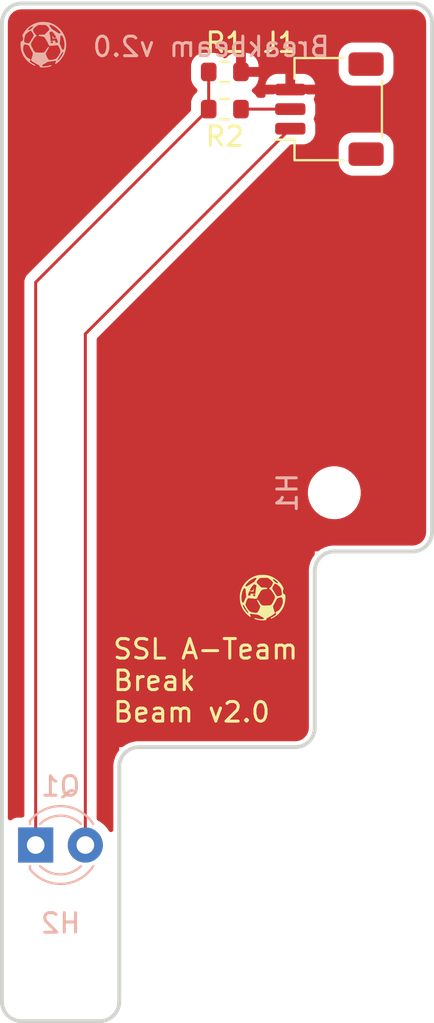
<source format=kicad_pcb>
(kicad_pcb (version 20240108) (generator "pcbnew") (generator_version "8.0")
  (title_block (title "Breakbeam (Receiver)") (date "2025-05-03") (rev "2.0") (company "SSL A-Team") (comment 1 "Author: Christian Clark"))
  (layers (0 "F.Cu" signal) (31 "B.Cu" signal) (34 "B.Paste" user) (35 "F.Paste" user) (36 "B.SilkS" user "B.Silkscreen") (37 "F.SilkS" user "F.Silkscreen") (38 "B.Mask" user) (39 "F.Mask" user) (44 "Edge.Cuts" user))
  (net 0 "")
  (net 1 "BALL_RX")
  (net 2 "+3.3V")
  (net 3 "GND")
  (net 4 "Net-(Q1-E)")
  (footprint "MountingHole:MountingHole_2.2mm_M2" (layer "F.Cu") (at 163.4 89.2 -90)
    (property "Reference" "H2" (at -2 0 180) (layer "B.SilkS") (effects (font (thickness 0.153)) (justify mirror)))
    (property "Value" "MountingHole" (hide yes))
    (pad "" np_thru_hole circle (at 0 0 270) (size 2.2 2.2) (drill 2.2) (layers "*.Cu" "*.Mask" "In1.Cu" "In2.Cu" "In3.Cu" "In4.Cu" "In5.Cu" "In6.Cu" "In7.Cu" "In8.Cu" "In9.Cu" "In10.Cu" "In11.Cu" "In12.Cu" "In13.Cu" "In14.Cu" "In15.Cu" "In16.Cu" "In17.Cu" "In18.Cu" "In19.Cu" "In20.Cu" "In21.Cu" "In22.Cu" "In23.Cu" "In24.Cu" "In25.Cu" "In26.Cu" "In27.Cu" "In28.Cu" "In29.Cu" "In30.Cu"))
  )
  (footprint "Connector_JST:JST_SH_SM03B-SRSS-TB_1x03-1MP_P1.00mm_Horizontal" (layer "F.Cu") (at 177.15 45.6 90)
    (property "Reference" "J1" (at 3.4 -2.55 0) (layer "F.SilkS") (effects (font (thickness 0.153))))
    (property "Value" "Conn_01x03" (hide yes))
    (fp_line (start 2.61 -1.785) (end 1.56 -1.785) (stroke (width 0.12)) (layer "F.SilkS"))
    (fp_line (start -1.56 -1.785) (end -1.56 -2.775) (stroke (width 0.12)) (layer "F.SilkS"))
    (fp_line (start -2.61 -1.785) (end -1.56 -1.785) (stroke (width 0.12)) (layer "F.SilkS"))
    (fp_line (start 2.61 0.715) (end 2.61 -1.785) (stroke (width 0.12)) (layer "F.SilkS"))
    (fp_line (start -2.61 0.715) (end -2.61 -1.785) (stroke (width 0.12)) (layer "F.SilkS"))
    (fp_line (start -1.44 2.685) (end 1.44 2.685) (stroke (width 0.12)) (layer "F.SilkS"))
    (pad "1" smd roundrect (at -1 -2 90) (size 0.6 1.55) (layers "F.Cu" "F.Paste" "F.Mask") (net 2 "+3.3V"))
    (pad "2" smd roundrect (at 0 -2 90) (size 0.6 1.55) (layers "F.Cu" "F.Paste" "F.Mask") (net 1 "BALL_RX"))
    (pad "3" smd roundrect (at 1 -2 90) (size 0.6 1.55) (layers "F.Cu" "F.Paste" "F.Mask") (net 3 "GND"))
    (pad "MP" smd roundrect (at -2.3 1.875 90) (size 1.2 1.8) (layers "F.Cu" "F.Paste" "F.Mask") (roundrect_rratio 0.208333))
    (pad "MP" smd roundrect (at 2.3 1.875 90) (size 1.2 1.8) (layers "F.Cu" "F.Paste" "F.Mask") (roundrect_rratio 0.208333))
  )
  (footprint "Resistor_SMD:R_0603_1608Metric" (layer "F.Cu") (at 171.8 43.7)
    (property "Reference" "R1" (at 0 -1.5 0) (layer "F.SilkS") (effects (font (thickness 0.153))))
    (property "Value" "2k" (hide yes))
    (fp_line (start -0.237258 -0.5225) (end 0.237258 -0.5225) (stroke (width 0.12)) (layer "F.SilkS"))
    (fp_line (start -0.237258 0.5225) (end 0.237258 0.5225) (stroke (width 0.12)) (layer "F.SilkS"))
    (pad "1" smd roundrect (at -0.825 0) (size 0.8 0.95) (layers "F.Cu" "F.Paste" "F.Mask") (net 4 "Net-(Q1-E)"))
    (pad "2" smd roundrect (at 0.825 0) (size 0.8 0.95) (layers "F.Cu" "F.Paste" "F.Mask") (net 3 "GND"))
  )
  (footprint "AT-Style:logo_3_mm_3_mm" (layer "F.Cu") (at 173.75 70.5)
    (property "Reference" "G***" (hide yes))
    (property "Value" "LOGO" (hide yes))
    (fp_poly (pts (xy 0.084667 -1.104608) (xy 0.147904 -1.099875) (xy 0.180206 -1.095398) (xy 0.322169 -1.061718) (xy 0.456925 -1.011636) (xy 0.583926 -0.945492) (xy 0.702625 -0.86363) (xy 0.812473 -0.766392) (xy 0.912923 -0.65412) (xy 0.937606 -0.622279) (xy 0.96758 -0.579457) (xy 0.995872 -0.533645) (xy 1.020561 -0.48853) (xy 1.039727 -0.447796) (xy 1.05145 -0.415131) (xy 1.054204 -0.398475) (xy 1.050505 -0.373967) (xy 1.041173 -0.343344) (xy 1.036058 -0.330691) (xy 1.026275 -0.304678) (xy 1.021897 -0.279516) (xy 1.022111 -0.248004) (xy 1.024011 -0.224049) (xy 1.032764 -0.173874) (xy 1.048446 -0.139843) (xy 1.071494 -0.121291) (xy 1.094133 -0.117134) (xy 1.11474 -0.112649) (xy 1.130013 -0.097915) (xy 1.140723 -0.071017) (xy 1.147639 -0.030038) (xy 1.151479 0.025662) (xy 1.149055 0.14185) (xy 1.133304 0.263808) (xy 1.105256 0.386416) (xy 1.065944 0.504554) (xy 1.044967 0.554637) (xy 1.001368 0.637177) (xy 0.944248 0.722728) (xy 0.876763 0.807472) (xy 0.802068 0.887591) (xy 0.723321 0.959267) (xy 0.68614 0.988703) (xy 0.650923 1.013429) (xy 0.609229 1.039945) (xy 0.564453 1.066397) (xy 0.519992 1.090934) (xy 0.479244 1.111702) (xy 0.445603 1.12685) (xy 0.422468 1.134525) (xy 0.41769 1.135103) (xy 0.398369 1.128601) (xy 0.392056 1.111266) (xy 0.394137 1.101175) (xy 0.403563 1.092172) (xy 0.425342 1.077938) (xy 0.455534 1.060945) (xy 0.47046 1.053236) (xy 0.514851 1.029688) (xy 0.558935 1.004152) (xy 0.599617 0.978656) (xy 0.633804 0.955229) (xy 0.658402 0.935898) (xy 0.670318 0.922691) (xy 0.670603 0.922035) (xy 0.670027 0.906629) (xy 0.662891 0.882188) (xy 0.656894 0.867611) (xy 0.646123 0.84279) (xy 0.642773 0.827688) (xy 0.646697 0.815668) (xy 0.655489 0.803127) (xy 0.674013 0.786197) (xy 0.701759 0.769103) (xy 0.717927 0.761604) (xy 0.774833 0.733656) (xy 0.820874 0.698694) (xy 0.860483 0.654807) (xy 0.884639 0.619991) (xy 0.911635 0.57453) (xy 0.939236 0.522937) (xy 0.965206 0.469727) (xy 0.98731 0.419416) (xy 1.003314 0.376518) (xy 1.00966 0.353465) (xy 1.015497 0.306736) (xy 1.01581 0.254286) (xy 1.011248 0.200335) (xy 1.002457 0.149101) (xy 0.990086 0.104805) (xy 0.974784 0.071668) (xy 0.964418 0.058854) (xy 0.948814 0.048979) (xy 0.928069 0.046231) (xy 0.902686 0.048486) (xy 0.855094 0.056552) (xy 0.809686 0.067349) (xy 0.770998 0.079553) (xy 0.743563 0.091837) (xy 0.735843 0.097264) (xy 0.724948 0.111402) (xy 0.708684 0.137747) (xy 0.689443 0.172241) (xy 0.673638 0.202731) (xy 0.648627 0.251257) (xy 0.619077 0.306529) (xy 0.589689 0.359822) (xy 0.576051 0.383824) (xy 0.554573 0.4222) (xy 0.53626 0.456967) (xy 0.523222 0.483987) (xy 0.517815 0.497964) (xy 0.518169 0.515433) (xy 0.523346 0.546033) (xy 0.532286 0.58586) (xy 0.543932 0.63101) (xy 0.557224 0.677582) (xy 0.571104 0.721672) (xy 0.584512 0.759375) (xy 0.595883 0.785789) (xy 0.609593 0.820079) (xy 0.610489 0.846657) (xy 0.598377 0.870676) (xy 0.592427 0.877872) (xy 0.574232 0.89389) (xy 0.543121 0.916456) (xy 0.502109 0.943696) (xy 0.454212 0.97374) (xy 0.402445 1.004714) (xy 0.349825 1.034748) (xy 0.299368 1.061967) (xy 0.279395 1.072186) (xy 0.238711 1.093223) (xy 0.211645 1.109113) (xy 0.195324 1.121967) (xy 0.186873 1.133896) (xy 0.18426 1.142049) (xy 0.174845 1.176104) (xy 0.162161 1.197038) (xy 0.142441 1.209743) (xy 0.128328 1.21467) (xy 0.097761 1.220116) (xy 0.052703 1.223141) (xy -0.003478 1.223729) (xy -0.067413 1.221863) (xy -0.135733 1.217528) (xy -0.153377 1.216032) (xy -0.20402 1.210554) (xy -0.248617 1.20313) (xy -0.293991 1.192294) (xy -0.346968 1.176579) (xy -0.367262 1.170079) (xy -0.408108 1.153427) (xy -0.431117 1.135776) (xy -0.436223 1.117189) (xy -0.432634 1.108492) (xy -0.426649 1.104147) (xy -0.414253 1.103201) (xy -0.392797 1.106021) (xy -0.359637 1.112977) (xy -0.312124 1.124434) (xy -0.304866 1.126246) (xy -0.228096 1.143572) (xy -0.160195 1.154429) (xy -0.093707 1.159979) (xy -0.085598 1.160339) (xy -0.041745 1.161866) (xy -0.012168 1.161889) (xy 0.006849 1.159927) (xy 0.019023 1.1555) (xy 0.02807 1.148126) (xy 0.030713 1.145286) (xy 0.042195 1.125336) (xy 0.039025 1.10582) (xy 0.020353 1.085606) (xy -0.014673 1.063561) (xy -0.04058 1.050549) (xy -0.081289 1.030115) (xy -0.123545 1.007134) (xy -0.158639 0.986356) (xy -0.160621 0.985094) (xy -0.19832 0.962012) (xy -0.230453 0.945786) (xy -0.262363 0.934743) (xy -0.299391 0.927213) (xy -0.346878 0.921525) (xy -0.370873 0.919314) (xy -0.422852 0.91392) (xy -0.478609 0.906792) (xy -0.529599 0.899073) (xy -0.552385 0.895016) (xy -0.598485 0.887405) (xy -0.630143 0.885808) (xy -0.650086 0.890779) (xy -0.661046 0.902871) (xy -0.665154 0.917858) (xy -0.661162 0.937874) (xy -0.646567 0.96398) (xy -0.640319 0.972368) (xy -0.621783 1.001625) (xy -0.618104 1.022852) (xy -0.628984 1.034956) (xy -0.654125 1.036841) (xy -0.657751 1.036378) (xy -0.677934 1.028048) (xy -0.707671 1.008677) (xy -0.744269 0.98044) (xy -0.785034 0.945517) (xy -0.827272 0.906083) (xy -0.860752 0.872292) (xy -0.955699 0.761086) (xy -1.033991 0.643709) (xy -1.095913 0.519473) (xy -1.119157 0.452647) (xy -1.034917 0.452647) (xy -1.030701 0.471114) (xy -1.01875 0.500241) (xy -1.005427 0.528715) (xy -0.951332 0.626641) (xy -0.882784 0.725865) (xy -0.838107 0.781642) (xy -0.806829 0.816867) (xy -0.783769 0.838046) (xy -0.76732 0.84624) (xy -0.755874 0.842511) (xy -0.752474 0.838143) (xy -0.750668 0.830293) (xy -0.753961 0.817964) (xy -0.763581 0.798841) (xy -0.780757 0.770608) (xy -0.80672 0.730949) (xy -0.819541 0.711813) (xy -0.84784 0.668557) (xy -0.879705 0.61801) (xy -0.909869 0.568584) (xy -0.921088 0.549627) (xy -0.951259 0.5) (xy -0.975323 0.465326) (xy -0.994586 0.444134) (xy -1.010356 0.434954) (xy -1.022332 0.435623) (xy -1.031944 0.441823) (xy -1.034917 0.452647) (xy -1.119157 0.452647) (xy -1.134597 0.408255) (xy -0.888575 0.408255) (xy -0.883604 0.438286) (xy -0.87115 0.472343) (xy -0.850239 0.514355) (xy -0.828028 0.554133) (xy -0.784291 0.626835) (xy -0.744445 0.684407) (xy -0.706503 0.728751) (xy -0.668483 0.761774) (xy -0.6284 0.78538) (xy -0.584269 0.801474) (xy -0.565544 0.806123) (xy -0.480251 0.822947) (xy -0.410281 0.832088) (xy -0.354673 0.83358) (xy -0.312463 0.827455) (xy -0.285691 0.815826) (xy -0.270951 0.800393) (xy -0.251505 0.772018) (xy -0.229293 0.73451) (xy -0.206253 0.69168) (xy -0.184326 0.647335) (xy -0.16545 0.605285) (xy -0.151565 0.56934) (xy -0.14461 0.543307) (xy -0.144164 0.537845) (xy -0.147275 0.513583) (xy -0.157143 0.482216) (xy -0.174567 0.441954) (xy -0.200349 0.391005) (xy -0.235291 0.327575) (xy -0.248545 0.304336) (xy -0.273479 0.260561) (xy -0.290366 0.229432) (xy -0.300282 0.208057) (xy -0.304304 0.193542) (xy -0.30351 0.182995) (xy -0.298975 0.173521) (xy -0.297883 0.171767) (xy -0.288461 0.163743) (xy -0.2757 0.166034) (xy -0.258523 0.179724) (xy -0.235853 0.205893) (xy -0.206613 0.245626) (xy -0.169723 0.300003) (xy -0.168753 0.301469) (xy -0.135355 0.351856) (xy -0.108097 0.390613) (xy -0.083921 0.41924) (xy -0.059765 0.439233) (xy -0.032569 0.45209) (xy 0.000726 0.459309) (xy 0.043181 0.462387) (xy 0.097856 0.462823) (xy 0.159664 0.462197) (xy 0.216389 0.461112) (xy 0.269289 0.459207) (xy 0.314794 0.456678) (xy 0.349331 0.453722) (xy 0.369023 0.450622) (xy 0.394699 0.440707) (xy 0.418808 0.424203) (xy 0.442847 0.399192) (xy 0.468313 0.363757) (xy 0.496704 0.315981) (xy 0.529516 0.253946) (xy 0.542055 0.229047) (xy 0.572309 0.167934) (xy 0.594705 0.119086) (xy 0.609081 0.078961) (xy 0.615277 0.044017) (xy 0.613131 0.01071) (xy 0.602484 -0.024501) (xy 0.583173 -0.06516) (xy 0.555039 -0.114808) (xy 0.524087 -0.16669) (xy 0.479843 -0.236435) (xy 0.439447 -0.29103) (xy 0.401232 -0.332484) (xy 0.363529 -0.362802) (xy 0.358159 -0.366296) (xy 0.332074 -0.388121) (xy 0.323994 -0.409295) (xy 0.326568 -0.414651) (xy 0.477545 -0.414651) (xy 0.481008 -0.395017) (xy 0.492197 -0.36837) (xy 0.512313 -0.332277) (xy 0.539444 -0.289081) (xy 0.567882 -0.244422) (xy 0.596961 -0.197324) (xy 0.622887 -0.154005) (xy 0.638867 -0.126144) (xy 0.671465 -0.07288) (xy 0.700895 -0.036572) (xy 0.727824 -0.01657) (xy 0.752922 -0.012222) (xy 0.755369 -0.012626) (xy 0.776906 -0.016726) (xy 0.808659 -0.022629) (xy 0.837957 -0.027999) (xy 0.889113 -0.039339) (xy 0.92477 -0.053122) (xy 0.947446 -0.071613) (xy 0.959663 -0.097076) (xy 0.963939 -0.131775) (xy 0.964065 -0.14132) (xy 0.961444 -0.186557) (xy 0.95445 -0.241788) (xy 0.944285 -0.300185) (xy 0.932154 -0.354919) (xy 0.91926 -0.399162) (xy 0.917958 -0.402794) (xy 0.890258 -0.454702) (xy 0.844732 -0.508014) (xy 0.781332 -0.562782) (xy 0.726826 -0.601655) (xy 0.685899 -0.627444) (xy 0.655294 -0.642399) (xy 0.631627 -0.647388) (xy 0.611517 -0.643279) (xy 0.597049 -0.63497) (xy 0.581205 -0.618457) (xy 0.56104 -0.589879) (xy 0.538906 -0.553574) (xy 0.517156 -0.513879) (xy 0.498144 -0.475133) (xy 0.484221 -0.441673) (xy 0.477741 -0.417836) (xy 0.477545 -0.414651) (xy 0.326568 -0.414651) (xy 0.333922 -0.429953) (xy 0.359625 -0.448989) (xy 0.38635 -0.470048) (xy 0.415117 -0.502572) (xy 0.44366 -0.542651) (xy 0.469713 -0.586377) (xy 0.491012 -0.629839) (xy 0.50529 -0.669129) (xy 0.510283 -0.700336) (xy 0.509584 -0.707795) (xy 0.499597 -0.728975) (xy 0.477791 -0.757663) (xy 0.447117 -0.791044) (xy 0.410529 -0.826305) (xy 0.370977 -0.860631) (xy 0.366113 -0.86439) (xy 0.515245 -0.86439) (xy 0.523853 -0.840863) (xy 0.547531 -0.80872) (xy 0.56002 -0.795222) (xy 0.603054 -0.754519) (xy 0.644716 -0.721654) (xy 0.683065 -0.697538) (xy 0.716161 -0.683079) (xy 0.742063 -0.679187) (xy 0.758831 -0.686772) (xy 0.764121 -0.699579) (xy 0.758505 -0.716384) (xy 0.739414 -0.740595) (xy 0.708819 -0.770336) (xy 0.668692 -0.803733) (xy 0.621006 -0.838911) (xy 0.608499 -0.847517) (xy 0.568334 -0.870865) (xy 0.538636 -0.880632) (xy 0.520556 -0.87806) (xy 0.515245 -0.86439) (xy 0.366113 -0.86439) (xy 0.331415 -0.891207) (xy 0.294794 -0.915221) (xy 0.28797 -0.919049) (xy 0.229763 -0.950585) (xy 0.067577 -0.950585) (xy 0.012686 -0.950185) (xy -0.038303 -0.949074) (xy -0.081685 -0.947389) (xy -0.113759 -0.945268) (xy -0.128934 -0.943319) (xy -0.166589 -0.92726) (xy -0.207779 -0.894774) (xy -0.251382 -0.846846) (xy -0.275643 -0.814739) (xy -0.297951 -0.783044) (xy -0.313288 -0.757721) (xy -0.320859 -0.73609) (xy -0.319864 -0.715474) (xy -0.309507 -0.693194) (xy -0.28899 -0.666572) (xy -0.257517 -0.632929) (xy -0.214289 -0.589586) (xy -0.206236 -0.581581) (xy -0.085598 -0.461622) (xy 0.049557 -0.456928) (xy 0.107757 -0.454655) (xy 0.150512 -0.452122) (xy 0.180395 -0.448801) (xy 0.199981 -0.444162) (xy 0.211842 -0.437677) (xy 0.218552 -0.428817) (xy 0.221335 -0.421647) (xy 0.222774 -0.403459) (xy 0.212758 -0.389793) (xy 0.189533 -0.379785) (xy 0.151344 -0.372568) (xy 0.113831 -0.368635) (xy 0.054562 -0.362668) (xy 0.009713 -0.355389) (xy -0.024318 -0.345604) (xy -0.051132 -0.332118) (xy -0.074328 -0.313734) (xy -0.085598 -0.302436) (xy -0.102241 -0.281003) (xy -0.124676 -0.246799) (xy -0.150956 -0.203327) (xy -0.179134 -0.154091) (xy -0.207261 -0.102594) (xy -0.233392 -0.052339) (xy -0.255577 -0.006828) (xy -0.271871 0.030434) (xy -0.274643 0.037638) (xy -0.297028 0.081739) (xy -0.325165 0.109484) (xy -0.35852 0.120373) (xy -0.36267 0.120522) (xy -0.380565 0.119741) (xy -0.413085 0.117428) (xy -0.456926 0.113854) (xy -0.508781 0.109288) (xy -0.565346 0.104002) (xy -0.570862 0.103471) (xy -0.749777 0.086186) (xy -0.77871 0.117757) (xy -0.799917 0.147286) (xy -0.822832 0.189902) (xy -0.845426 0.241062) (xy -0.865671 0.296222) (xy -0.879958 0.344561) (xy -0.887035 0.378323) (xy -0.888575 0.408255) (xy -1.134597 0.408255) (xy -1.141751 0.387687) (xy -1.17179 0.247663) (xy -1.186317 0.098711) (xy -1.186846 0.085598) (xy -1.185827 0.044829) (xy -1.097503 0.044829) (xy -1.09585 0.118687) (xy -1.089597 0.18542) (xy -1.079548 0.236539) (xy -1.065057 0.274174) (xy -1.045479 0.300455) (xy -1.039067 0.306015) (xy -1.01609 0.317991) (xy -0.996852 0.313342) (xy -0.979333 0.291427) (xy -0.976522 0.286213) (xy -0.963624 0.258353) (xy -0.951501 0.227848) (xy -0.951017 0.226485) (xy -0.942495 0.204802) (xy -0.928473 0.171733) (xy -0.911078 0.132218) (xy -0.896743 0.100544) (xy -0.854031 0.007368) (xy -0.863375 -0.055455) (xy -0.764515 -0.055455) (xy -0.70888 -0.047435) (xy -0.679008 -0.043996) (xy -0.656812 -0.043054) (xy -0.647914 -0.044486) (xy -0.643291 -0.055412) (xy -0.636816 -0.078474) (xy -0.6315 -0.101366) (xy -0.629064 -0.11017) (xy -0.504576 -0.11017) (xy -0.504576 -0.069199) (xy -0.50365 -0.047029) (xy -0.498532 -0.033166) (xy -0.485714 -0.025392) (xy -0.461688 -0.02149) (xy -0.425736 -0.019371) (xy -0.405455 -0.020319) (xy -0.397528 -0.028266) (xy -0.396452 -0.039809) (xy -0.394367 -0.062721) (xy -0.391296 -0.075037) (xy -0.39065 -0.084306) (xy -0.398908 -0.091264) (xy -0.418914 -0.097085) (xy -0.453513 -0.102942) (xy -0.461777 -0.104128) (xy -0.504576 -0.11017) (xy -0.629064 -0.11017) (xy -0.623197 -0.131374) (xy -0.614216 -0.149495) (xy -0.608728 -0.153175) (xy -0.595267 -0.151708) (xy -0.568746 -0.147819) (xy -0.533842 -0.142279) (xy -0.49523 -0.135858) (xy -0.457586 -0.129326) (xy -0.425586 -0.123454) (xy -0.41222 -0.120811) (xy -0.395385 -0.11896) (xy -0.388644 -0.126112) (xy -0.387431 -0.145701) (xy -0.38595 -0.177592) (xy -0.381926 -0.222577) (xy -0.375963 -0.276006) (xy -0.368665 -0.333232) (xy -0.360635 -0.389603) (xy -0.352477 -0.440472) (xy -0.344794 -0.481188) (xy -0.342594 -0.491061) (xy -0.335465 -0.525065) (xy -0.331407 -0.552125) (xy -0.331047 -0.567689) (xy -0.331776 -0.569461) (xy -0.342747 -0.575576) (xy -0.365808 -0.58569) (xy -0.396099 -0.59768) (xy -0.398005 -0.598399) (xy -0.458103 -0.62102) (xy -0.511573 -0.563861) (xy -0.54853 -0.520475) (xy -0.58629 -0.469518) (xy -0.621094 -0.416577) (xy -0.649181 -0.367243) (xy -0.661604 -0.340847) (xy -0.675421 -0.307768) (xy -0.628449 -0.297694) (xy -0.597616 -0.290949) (xy -0.571384 -0.284984) (xy -0.561896 -0.282706) (xy -0.545299 -0.283246) (xy -0.536177 -0.298238) (xy -0.535997 -0.298829) (xy -0.529162 -0.314798) (xy -0.517151 -0.337515) (xy -0.502744 -0.362346) (xy -0.488724 -0.384662) (xy -0.47787 -0.399829) (xy -0.473117 -0.403553) (xy -0.472823 -0.393658) (xy -0.474539 -0.371138) (xy -0.477656 -0.341196) (xy -0.481566 -0.309038) (xy -0.485658 -0.279867) (xy -0.489325 -0.258886) (xy -0.490678 -0.253495) (xy -0.494106 -0.247482) (xy -0.50134 -0.244066) (xy -0.514681 -0.243518) (xy -0.536428 -0.246106) (xy -0.568881 -0.2521) (xy -0.614341 -0.26177) (xy -0.672597 -0.274817) (xy -0.682433 -0.275062) (xy -0.69114 -0.268854) (xy -0.700691 -0.253291) (xy -0.713057 -0.22547) (xy -0.723152 -0.200419) (xy -0.737724 -0.16145) (xy -0.74994 -0.124795) (xy -0.757873 -0.096391) (xy -0.759435 -0.088547) (xy -0.764515 -0.055455) (xy -0.863375 -0.055455) (xy -0.864281 -0.06155) (xy -0.868604 -0.097438) (xy -0.872955 -0.145293) (xy -0.876846 -0.199071) (xy -0.879793 -0.252726) (xy -0.879967 -0.256703) (xy -0.883046 -0.314055) (xy -0.887184 -0.355782) (xy -0.893261 -0.384279) (xy -0.902154 -0.401942) (xy -0.914743 -0.411164) (xy -0.931904 -0.414341) (xy -0.937823 -0.414473) (xy -0.960299 -0.410385) (xy -0.979726 -0.396269) (xy -0.999048 -0.369352) (xy -1.01296 -0.343647) (xy -1.047596 -0.259838) (xy -1.073765 -0.164183) (xy -1.090667 -0.06114) (xy -1.097503 0.044829) (xy -1.185827 0.044829) (xy -1.183275 -0.057324) (xy -1.162321 -0.196042) (xy -1.124291 -0.329801) (xy -1.069489 -0.457844) (xy -1.018603 -0.544651) (xy -0.897017 -0.544651) (xy -0.890254 -0.534676) (xy -0.887571 -0.531671) (xy -0.871076 -0.518208) (xy -0.8516 -0.513055) (xy -0.826907 -0.516854) (xy -0.794762 -0.53025) (xy -0.752928 -0.553887) (xy -0.705817 -0.584004) (xy -0.662746 -0.612138) (xy -0.620744 -0.639028) (xy -0.584191 -0.661906) (xy -0.557465 -0.678003) (xy -0.554132 -0.679913) (xy -0.506534 -0.707944) (xy -0.4715 -0.731752) (xy -0.445176 -0.754548) (xy -0.423709 -0.779541) (xy -0.409027 -0.800808) (xy -0.386771 -0.834814) (xy -0.363578 -0.869537) (xy -0.34952 -0.890133) (xy -0.3319 -0.920259) (xy -0.328624 -0.940284) (xy -0.340049 -0.951473) (xy -0.366531 -0.955086) (xy -0.367879 -0.955091) (xy -0.393622 -0.950348) (xy -0.430695 -0.937303) (xy -0.475491 -0.917726) (xy -0.5244 -0.89339) (xy -0.573812 -0.866067) (xy -0.620118 -0.837529) (xy -0.651158 -0.81601) (xy -0.697074 -0.779191) (xy -0.746018 -0.735085) (xy -0.793692 -0.687968) (xy -0.835795 -0.642114) (xy -0.868028 -0.601798) (xy -0.871305 -0.597134) (xy -0.88871 -0.571181) (xy -0.896891 -0.555253) (xy -0.897017 -0.544651) (xy -1.018603 -0.544651) (xy -0.998222 -0.579418) (xy -0.910794 -0.693765) (xy -0.842106 -0.767168) (xy -0.735934 -0.862099) (xy -0.625713 -0.940392) (xy -0.509057 -1.00335) (xy -0.383578 -1.05228) (xy -0.25903 -1.085866) (xy -0.204526 -1.094879) (xy -0.137534 -1.101377) (xy -0.063424 -1.105242) (xy 0.012433 -1.106358)) (fill solid) (layer "F.SilkS"))
  )
  (footprint "MountingHole:MountingHole_2.2mm_M2" (layer "F.Cu") (at 177.4 65.2 -90)
    (property "Reference" "H1" (at 0 2.4 -90) (layer "B.SilkS") (effects (font (thickness 0.153)) (justify mirror)))
    (property "Value" "MountingHole" (hide yes))
    (pad "" np_thru_hole circle (at 0 0 270) (size 2.2 2.2) (drill 2.2) (layers "*.Cu" "*.Mask" "In1.Cu" "In2.Cu" "In3.Cu" "In4.Cu" "In5.Cu" "In6.Cu" "In7.Cu" "In8.Cu" "In9.Cu" "In10.Cu" "In11.Cu" "In12.Cu" "In13.Cu" "In14.Cu" "In15.Cu" "In16.Cu" "In17.Cu" "In18.Cu" "In19.Cu" "In20.Cu" "In21.Cu" "In22.Cu" "In23.Cu" "In24.Cu" "In25.Cu" "In26.Cu" "In27.Cu" "In28.Cu" "In29.Cu" "In30.Cu"))
  )
  (footprint "Resistor_SMD:R_0603_1608Metric" (layer "F.Cu") (at 171.8 45.6)
    (property "Reference" "R2" (at 0 1.399999 0) (layer "F.SilkS") (effects (font (thickness 0.153))))
    (property "Value" "100" (hide yes))
    (fp_line (start -0.237258 -0.5225) (end 0.237258 -0.5225) (stroke (width 0.12)) (layer "F.SilkS"))
    (fp_line (start -0.237258 0.5225) (end 0.237258 0.5225) (stroke (width 0.12)) (layer "F.SilkS"))
    (pad "1" smd roundrect (at -0.825 0) (size 0.8 0.95) (layers "F.Cu" "F.Paste" "F.Mask") (net 4 "Net-(Q1-E)"))
    (pad "2" smd roundrect (at 0.825 0) (size 0.8 0.95) (layers "F.Cu" "F.Paste" "F.Mask") (net 1 "BALL_RX"))
  )
  (footprint "LED_THT:LED_D3.0mm" (layer "B.Cu") (at 162.125 83.2)
    (property "Reference" "Q1" (at 1.275 -3 0) (layer "B.SilkS") (effects (font (thickness 0.153)) (justify mirror)))
    (property "Value" "OP506B")
    (fp_line (start -0.29 -1.236) (end -0.29 -1.08) (stroke (width 0.12)) (layer "B.SilkS"))
    (fp_line (start -0.29 1.08) (end -0.29 1.236) (stroke (width 0.12)) (layer "B.SilkS"))
    (fp_arc (start -0.29 -1.235516) (mid 1.365624 -1.987701) (end 2.941397 -1.080061) (stroke (width 0.12)) (layer "B.SilkS"))
    (fp_arc (start 0.229039 -1.08) (mid 1.269965 -1.5) (end 2.31091 -1.080049) (stroke (width 0.12)) (layer "B.SilkS"))
    (fp_arc (start 2.31091 1.080049) (mid 1.269965 1.5) (end 0.229039 1.08) (stroke (width 0.12)) (layer "B.SilkS"))
    (fp_arc (start 2.941397 1.080061) (mid 1.365624 1.987701) (end -0.29 1.235516) (stroke (width 0.12)) (layer "B.SilkS"))
    (pad "1" thru_hole rect (at 0 0) (size 1.8 1.8) (drill 0.9) (layers "*.Cu" "*.Mask" "In1.Cu" "In2.Cu" "In3.Cu" "In4.Cu" "In5.Cu" "In6.Cu" "In7.Cu" "In8.Cu" "In9.Cu" "In10.Cu" "In11.Cu" "In12.Cu" "In13.Cu" "In14.Cu" "In15.Cu" "In16.Cu" "In17.Cu" "In18.Cu" "In19.Cu" "In20.Cu" "In21.Cu" "In22.Cu" "In23.Cu" "In24.Cu" "In25.Cu" "In26.Cu" "In27.Cu" "In28.Cu" "In29.Cu" "In30.Cu") (net 4 "Net-(Q1-E)"))
    (pad "2" thru_hole circle (at 2.54 0) (size 1.8 1.8) (drill 0.9) (layers "*.Cu" "*.Mask" "In1.Cu" "In2.Cu" "In3.Cu" "In4.Cu" "In5.Cu" "In6.Cu" "In7.Cu" "In8.Cu" "In9.Cu" "In10.Cu" "In11.Cu" "In12.Cu" "In13.Cu" "In14.Cu" "In15.Cu" "In16.Cu" "In17.Cu" "In18.Cu" "In19.Cu" "In20.Cu" "In21.Cu" "In22.Cu" "In23.Cu" "In24.Cu" "In25.Cu" "In26.Cu" "In27.Cu" "In28.Cu" "In29.Cu" "In30.Cu") (net 2 "+3.3V"))
  )
  (footprint "AT-Style:logo_3_mm_3_mm" (layer "B.Cu") (at 162.5 42.25 180)
    (property "Reference" "G***" (hide yes))
    (property "Value" "LOGO" (hide yes))
    (fp_poly (pts (xy 0.084667 1.104608) (xy 0.147904 1.099875) (xy 0.180206 1.095398) (xy 0.322169 1.061718) (xy 0.456925 1.011636) (xy 0.583926 0.945492) (xy 0.702625 0.86363) (xy 0.812473 0.766392) (xy 0.912923 0.65412) (xy 0.937606 0.622279) (xy 0.96758 0.579457) (xy 0.995872 0.533645) (xy 1.020561 0.48853) (xy 1.039727 0.447796) (xy 1.05145 0.415131) (xy 1.054204 0.398475) (xy 1.050505 0.373967) (xy 1.041173 0.343344) (xy 1.036058 0.330691) (xy 1.026275 0.304678) (xy 1.021897 0.279516) (xy 1.022111 0.248004) (xy 1.024011 0.224049) (xy 1.032764 0.173874) (xy 1.048446 0.139843) (xy 1.071494 0.121291) (xy 1.094133 0.117134) (xy 1.11474 0.112649) (xy 1.130013 0.097915) (xy 1.140723 0.071017) (xy 1.147639 0.030038) (xy 1.151479 -0.025662) (xy 1.149055 -0.14185) (xy 1.133304 -0.263808) (xy 1.105256 -0.386416) (xy 1.065944 -0.504554) (xy 1.044967 -0.554637) (xy 1.001368 -0.637177) (xy 0.944248 -0.722728) (xy 0.876763 -0.807472) (xy 0.802068 -0.887591) (xy 0.723321 -0.959267) (xy 0.68614 -0.988703) (xy 0.650923 -1.013429) (xy 0.609229 -1.039945) (xy 0.564453 -1.066397) (xy 0.519992 -1.090934) (xy 0.479244 -1.111702) (xy 0.445603 -1.12685) (xy 0.422468 -1.134525) (xy 0.41769 -1.135103) (xy 0.398369 -1.128601) (xy 0.392056 -1.111266) (xy 0.394137 -1.101175) (xy 0.403563 -1.092172) (xy 0.425342 -1.077938) (xy 0.455534 -1.060945) (xy 0.47046 -1.053236) (xy 0.514851 -1.029688) (xy 0.558935 -1.004152) (xy 0.599617 -0.978656) (xy 0.633804 -0.955229) (xy 0.658402 -0.935898) (xy 0.670318 -0.922691) (xy 0.670603 -0.922035) (xy 0.670027 -0.906629) (xy 0.662891 -0.882188) (xy 0.656894 -0.867611) (xy 0.646123 -0.84279) (xy 0.642773 -0.827688) (xy 0.646697 -0.815668) (xy 0.655489 -0.803127) (xy 0.674013 -0.786197) (xy 0.701759 -0.769103) (xy 0.717927 -0.761604) (xy 0.774833 -0.733656) (xy 0.820874 -0.698694) (xy 0.860483 -0.654807) (xy 0.884639 -0.619991) (xy 0.911635 -0.57453) (xy 0.939236 -0.522937) (xy 0.965206 -0.469727) (xy 0.98731 -0.419416) (xy 1.003314 -0.376518) (xy 1.00966 -0.353465) (xy 1.015497 -0.306736) (xy 1.01581 -0.254286) (xy 1.011248 -0.200335) (xy 1.002457 -0.149101) (xy 0.990086 -0.104805) (xy 0.974784 -0.071668) (xy 0.964418 -0.058854) (xy 0.948814 -0.048979) (xy 0.928069 -0.046231) (xy 0.902686 -0.048486) (xy 0.855094 -0.056552) (xy 0.809686 -0.067349) (xy 0.770998 -0.079553) (xy 0.743563 -0.091837) (xy 0.735843 -0.097264) (xy 0.724948 -0.111402) (xy 0.708684 -0.137747) (xy 0.689443 -0.172241) (xy 0.673638 -0.202731) (xy 0.648627 -0.251257) (xy 0.619077 -0.306529) (xy 0.589689 -0.359822) (xy 0.576051 -0.383824) (xy 0.554573 -0.4222) (xy 0.53626 -0.456967) (xy 0.523222 -0.483987) (xy 0.517815 -0.497964) (xy 0.518169 -0.515433) (xy 0.523346 -0.546033) (xy 0.532286 -0.58586) (xy 0.543932 -0.63101) (xy 0.557224 -0.677582) (xy 0.571104 -0.721672) (xy 0.584512 -0.759375) (xy 0.595883 -0.785789) (xy 0.609593 -0.820079) (xy 0.610489 -0.846657) (xy 0.598377 -0.870676) (xy 0.592427 -0.877872) (xy 0.574232 -0.89389) (xy 0.543121 -0.916456) (xy 0.502109 -0.943696) (xy 0.454212 -0.97374) (xy 0.402445 -1.004714) (xy 0.349825 -1.034748) (xy 0.299368 -1.061967) (xy 0.279395 -1.072186) (xy 0.238711 -1.093223) (xy 0.211645 -1.109113) (xy 0.195324 -1.121967) (xy 0.186873 -1.133896) (xy 0.18426 -1.142049) (xy 0.174845 -1.176104) (xy 0.162161 -1.197038) (xy 0.142441 -1.209743) (xy 0.128328 -1.21467) (xy 0.097761 -1.220116) (xy 0.052703 -1.223141) (xy -0.003478 -1.223729) (xy -0.067413 -1.221863) (xy -0.135733 -1.217528) (xy -0.153377 -1.216032) (xy -0.20402 -1.210554) (xy -0.248617 -1.20313) (xy -0.293991 -1.192294) (xy -0.346968 -1.176579) (xy -0.367262 -1.170079) (xy -0.408108 -1.153427) (xy -0.431117 -1.135776) (xy -0.436223 -1.117189) (xy -0.432634 -1.108492) (xy -0.426649 -1.104147) (xy -0.414253 -1.103201) (xy -0.392797 -1.106021) (xy -0.359637 -1.112977) (xy -0.312124 -1.124434) (xy -0.304866 -1.126246) (xy -0.228096 -1.143572) (xy -0.160195 -1.154429) (xy -0.093707 -1.159979) (xy -0.085598 -1.160339) (xy -0.041745 -1.161866) (xy -0.012168 -1.161889) (xy 0.006849 -1.159927) (xy 0.019023 -1.1555) (xy 0.02807 -1.148126) (xy 0.030713 -1.145286) (xy 0.042195 -1.125336) (xy 0.039025 -1.10582) (xy 0.020353 -1.085606) (xy -0.014673 -1.063561) (xy -0.04058 -1.050549) (xy -0.081289 -1.030115) (xy -0.123545 -1.007134) (xy -0.158639 -0.986356) (xy -0.160621 -0.985094) (xy -0.19832 -0.962012) (xy -0.230453 -0.945786) (xy -0.262363 -0.934743) (xy -0.299391 -0.927213) (xy -0.346878 -0.921525) (xy -0.370873 -0.919314) (xy -0.422852 -0.91392) (xy -0.478609 -0.906792) (xy -0.529599 -0.899073) (xy -0.552385 -0.895016) (xy -0.598485 -0.887405) (xy -0.630143 -0.885808) (xy -0.650086 -0.890779) (xy -0.661046 -0.902871) (xy -0.665154 -0.917858) (xy -0.661162 -0.937874) (xy -0.646567 -0.96398) (xy -0.640319 -0.972368) (xy -0.621783 -1.001625) (xy -0.618104 -1.022852) (xy -0.628984 -1.034956) (xy -0.654125 -1.036841) (xy -0.657751 -1.036378) (xy -0.677934 -1.028048) (xy -0.707671 -1.008677) (xy -0.744269 -0.98044) (xy -0.785034 -0.945517) (xy -0.827272 -0.906083) (xy -0.860752 -0.872292) (xy -0.955699 -0.761086) (xy -1.033991 -0.643709) (xy -1.095913 -0.519473) (xy -1.119157 -0.452647) (xy -1.034917 -0.452647) (xy -1.030701 -0.471114) (xy -1.01875 -0.500241) (xy -1.005427 -0.528715) (xy -0.951332 -0.626641) (xy -0.882784 -0.725865) (xy -0.838107 -0.781642) (xy -0.806829 -0.816867) (xy -0.783769 -0.838046) (xy -0.76732 -0.84624) (xy -0.755874 -0.842511) (xy -0.752474 -0.838143) (xy -0.750668 -0.830293) (xy -0.753961 -0.817964) (xy -0.763581 -0.798841) (xy -0.780757 -0.770608) (xy -0.80672 -0.730949) (xy -0.819541 -0.711813) (xy -0.84784 -0.668557) (xy -0.879705 -0.61801) (xy -0.909869 -0.568584) (xy -0.921088 -0.549627) (xy -0.951259 -0.5) (xy -0.975323 -0.465326) (xy -0.994586 -0.444134) (xy -1.010356 -0.434954) (xy -1.022332 -0.435623) (xy -1.031944 -0.441823) (xy -1.034917 -0.452647) (xy -1.119157 -0.452647) (xy -1.134597 -0.408255) (xy -0.888575 -0.408255) (xy -0.883604 -0.438286) (xy -0.87115 -0.472343) (xy -0.850239 -0.514355) (xy -0.828028 -0.554133) (xy -0.784291 -0.626835) (xy -0.744445 -0.684407) (xy -0.706503 -0.728751) (xy -0.668483 -0.761774) (xy -0.6284 -0.78538) (xy -0.584269 -0.801474) (xy -0.565544 -0.806123) (xy -0.480251 -0.822947) (xy -0.410281 -0.832088) (xy -0.354673 -0.83358) (xy -0.312463 -0.827455) (xy -0.285691 -0.815826) (xy -0.270951 -0.800393) (xy -0.251505 -0.772018) (xy -0.229293 -0.73451) (xy -0.206253 -0.69168) (xy -0.184326 -0.647335) (xy -0.16545 -0.605285) (xy -0.151565 -0.56934) (xy -0.14461 -0.543307) (xy -0.144164 -0.537845) (xy -0.147275 -0.513583) (xy -0.157143 -0.482216) (xy -0.174567 -0.441954) (xy -0.200349 -0.391005) (xy -0.235291 -0.327575) (xy -0.248545 -0.304336) (xy -0.273479 -0.260561) (xy -0.290366 -0.229432) (xy -0.300282 -0.208057) (xy -0.304304 -0.193542) (xy -0.30351 -0.182995) (xy -0.298975 -0.173521) (xy -0.297883 -0.171767) (xy -0.288461 -0.163743) (xy -0.2757 -0.166034) (xy -0.258523 -0.179724) (xy -0.235853 -0.205893) (xy -0.206613 -0.245626) (xy -0.169723 -0.300003) (xy -0.168753 -0.301469) (xy -0.135355 -0.351856) (xy -0.108097 -0.390613) (xy -0.083921 -0.41924) (xy -0.059765 -0.439233) (xy -0.032569 -0.45209) (xy 0.000726 -0.459309) (xy 0.043181 -0.462387) (xy 0.097856 -0.462823) (xy 0.159664 -0.462197) (xy 0.216389 -0.461112) (xy 0.269289 -0.459207) (xy 0.314794 -0.456678) (xy 0.349331 -0.453722) (xy 0.369023 -0.450622) (xy 0.394699 -0.440707) (xy 0.418808 -0.424203) (xy 0.442847 -0.399192) (xy 0.468313 -0.363757) (xy 0.496704 -0.315981) (xy 0.529516 -0.253946) (xy 0.542055 -0.229047) (xy 0.572309 -0.167934) (xy 0.594705 -0.119086) (xy 0.609081 -0.078961) (xy 0.615277 -0.044017) (xy 0.613131 -0.01071) (xy 0.602484 0.024501) (xy 0.583173 0.06516) (xy 0.555039 0.114808) (xy 0.524087 0.16669) (xy 0.479843 0.236435) (xy 0.439447 0.29103) (xy 0.401232 0.332484) (xy 0.363529 0.362802) (xy 0.358159 0.366296) (xy 0.332074 0.388121) (xy 0.323994 0.409295) (xy 0.326568 0.414651) (xy 0.477545 0.414651) (xy 0.481008 0.395017) (xy 0.492197 0.36837) (xy 0.512313 0.332277) (xy 0.539444 0.289081) (xy 0.567882 0.244422) (xy 0.596961 0.197324) (xy 0.622887 0.154005) (xy 0.638867 0.126144) (xy 0.671465 0.07288) (xy 0.700895 0.036572) (xy 0.727824 0.01657) (xy 0.752922 0.012222) (xy 0.755369 0.012626) (xy 0.776906 0.016726) (xy 0.808659 0.022629) (xy 0.837957 0.027999) (xy 0.889113 0.039339) (xy 0.92477 0.053122) (xy 0.947446 0.071613) (xy 0.959663 0.097076) (xy 0.963939 0.131775) (xy 0.964065 0.14132) (xy 0.961444 0.186557) (xy 0.95445 0.241788) (xy 0.944285 0.300185) (xy 0.932154 0.354919) (xy 0.91926 0.399162) (xy 0.917958 0.402794) (xy 0.890258 0.454702) (xy 0.844732 0.508014) (xy 0.781332 0.562782) (xy 0.726826 0.601655) (xy 0.685899 0.627444) (xy 0.655294 0.642399) (xy 0.631627 0.647388) (xy 0.611517 0.643279) (xy 0.597049 0.63497) (xy 0.581205 0.618457) (xy 0.56104 0.589879) (xy 0.538906 0.553574) (xy 0.517156 0.513879) (xy 0.498144 0.475133) (xy 0.484221 0.441673) (xy 0.477741 0.417836) (xy 0.477545 0.414651) (xy 0.326568 0.414651) (xy 0.333922 0.429953) (xy 0.359625 0.448989) (xy 0.38635 0.470048) (xy 0.415117 0.502572) (xy 0.44366 0.542651) (xy 0.469713 0.586377) (xy 0.491012 0.629839) (xy 0.50529 0.669129) (xy 0.510283 0.700336) (xy 0.509584 0.707795) (xy 0.499597 0.728975) (xy 0.477791 0.757663) (xy 0.447117 0.791044) (xy 0.410529 0.826305) (xy 0.370977 0.860631) (xy 0.366113 0.86439) (xy 0.515245 0.86439) (xy 0.523853 0.840863) (xy 0.547531 0.80872) (xy 0.56002 0.795222) (xy 0.603054 0.754519) (xy 0.644716 0.721654) (xy 0.683065 0.697538) (xy 0.716161 0.683079) (xy 0.742063 0.679187) (xy 0.758831 0.686772) (xy 0.764121 0.699579) (xy 0.758505 0.716384) (xy 0.739414 0.740595) (xy 0.708819 0.770336) (xy 0.668692 0.803733) (xy 0.621006 0.838911) (xy 0.608499 0.847517) (xy 0.568334 0.870865) (xy 0.538636 0.880632) (xy 0.520556 0.87806) (xy 0.515245 0.86439) (xy 0.366113 0.86439) (xy 0.331415 0.891207) (xy 0.294794 0.915221) (xy 0.28797 0.919049) (xy 0.229763 0.950585) (xy 0.067577 0.950585) (xy 0.012686 0.950185) (xy -0.038303 0.949074) (xy -0.081685 0.947389) (xy -0.113759 0.945268) (xy -0.128934 0.943319) (xy -0.166589 0.92726) (xy -0.207779 0.894774) (xy -0.251382 0.846846) (xy -0.275643 0.814739) (xy -0.297951 0.783044) (xy -0.313288 0.757721) (xy -0.320859 0.73609) (xy -0.319864 0.715474) (xy -0.309507 0.693194) (xy -0.28899 0.666572) (xy -0.257517 0.632929) (xy -0.214289 0.589586) (xy -0.206236 0.581581) (xy -0.085598 0.461622) (xy 0.049557 0.456928) (xy 0.107757 0.454655) (xy 0.150512 0.452122) (xy 0.180395 0.448801) (xy 0.199981 0.444162) (xy 0.211842 0.437677) (xy 0.218552 0.428817) (xy 0.221335 0.421647) (xy 0.222774 0.403459) (xy 0.212758 0.389793) (xy 0.189533 0.379785) (xy 0.151344 0.372568) (xy 0.113831 0.368635) (xy 0.054562 0.362668) (xy 0.009713 0.355389) (xy -0.024318 0.345604) (xy -0.051132 0.332118) (xy -0.074328 0.313734) (xy -0.085598 0.302436) (xy -0.102241 0.281003) (xy -0.124676 0.246799) (xy -0.150956 0.203327) (xy -0.179134 0.154091) (xy -0.207261 0.102594) (xy -0.233392 0.052339) (xy -0.255577 0.006828) (xy -0.271871 -0.030434) (xy -0.274643 -0.037638) (xy -0.297028 -0.081739) (xy -0.325165 -0.109484) (xy -0.35852 -0.120373) (xy -0.36267 -0.120522) (xy -0.380565 -0.119741) (xy -0.413085 -0.117428) (xy -0.456926 -0.113854) (xy -0.508781 -0.109288) (xy -0.565346 -0.104002) (xy -0.570862 -0.103471) (xy -0.749777 -0.086186) (xy -0.77871 -0.117757) (xy -0.799917 -0.147286) (xy -0.822832 -0.189902) (xy -0.845426 -0.241062) (xy -0.865671 -0.296222) (xy -0.879958 -0.344561) (xy -0.887035 -0.378323) (xy -0.888575 -0.408255) (xy -1.134597 -0.408255) (xy -1.141751 -0.387687) (xy -1.17179 -0.247663) (xy -1.186317 -0.098711) (xy -1.186846 -0.085598) (xy -1.185827 -0.044829) (xy -1.097503 -0.044829) (xy -1.09585 -0.118687) (xy -1.089597 -0.18542) (xy -1.079548 -0.236539) (xy -1.065057 -0.274174) (xy -1.045479 -0.300455) (xy -1.039067 -0.306015) (xy -1.01609 -0.317991) (xy -0.996852 -0.313342) (xy -0.979333 -0.291427) (xy -0.976522 -0.286213) (xy -0.963624 -0.258353) (xy -0.951501 -0.227848) (xy -0.951017 -0.226485) (xy -0.942495 -0.204802) (xy -0.928473 -0.171733) (xy -0.911078 -0.132218) (xy -0.896743 -0.100544) (xy -0.854031 -0.007368) (xy -0.863375 0.055455) (xy -0.764515 0.055455) (xy -0.70888 0.047435) (xy -0.679008 0.043996) (xy -0.656812 0.043054) (xy -0.647914 0.044486) (xy -0.643291 0.055412) (xy -0.636816 0.078474) (xy -0.6315 0.101366) (xy -0.629064 0.11017) (xy -0.504576 0.11017) (xy -0.504576 0.069199) (xy -0.50365 0.047029) (xy -0.498532 0.033166) (xy -0.485714 0.025392) (xy -0.461688 0.02149) (xy -0.425736 0.019371) (xy -0.405455 0.020319) (xy -0.397528 0.028266) (xy -0.396452 0.039809) (xy -0.394367 0.062721) (xy -0.391296 0.075037) (xy -0.39065 0.084306) (xy -0.398908 0.091264) (xy -0.418914 0.097085) (xy -0.453513 0.102942) (xy -0.461777 0.104128) (xy -0.504576 0.11017) (xy -0.629064 0.11017) (xy -0.623197 0.131374) (xy -0.614216 0.149495) (xy -0.608728 0.153175) (xy -0.595267 0.151708) (xy -0.568746 0.147819) (xy -0.533842 0.142279) (xy -0.49523 0.135858) (xy -0.457586 0.129326) (xy -0.425586 0.123454) (xy -0.41222 0.120811) (xy -0.395385 0.11896) (xy -0.388644 0.126112) (xy -0.387431 0.145701) (xy -0.38595 0.177592) (xy -0.381926 0.222577) (xy -0.375963 0.276006) (xy -0.368665 0.333232) (xy -0.360635 0.389603) (xy -0.352477 0.440472) (xy -0.344794 0.481188) (xy -0.342594 0.491061) (xy -0.335465 0.525065) (xy -0.331407 0.552125) (xy -0.331047 0.567689) (xy -0.331776 0.569461) (xy -0.342747 0.575576) (xy -0.365808 0.58569) (xy -0.396099 0.59768) (xy -0.398005 0.598399) (xy -0.458103 0.62102) (xy -0.511573 0.563861) (xy -0.54853 0.520475) (xy -0.58629 0.469518) (xy -0.621094 0.416577) (xy -0.649181 0.367243) (xy -0.661604 0.340847) (xy -0.675421 0.307768) (xy -0.628449 0.297694) (xy -0.597616 0.290949) (xy -0.571384 0.284984) (xy -0.561896 0.282706) (xy -0.545299 0.283246) (xy -0.536177 0.298238) (xy -0.535997 0.298829) (xy -0.529162 0.314798) (xy -0.517151 0.337515) (xy -0.502744 0.362346) (xy -0.488724 0.384662) (xy -0.47787 0.399829) (xy -0.473117 0.403553) (xy -0.472823 0.393658) (xy -0.474539 0.371138) (xy -0.477656 0.341196) (xy -0.481566 0.309038) (xy -0.485658 0.279867) (xy -0.489325 0.258886) (xy -0.490678 0.253495) (xy -0.494106 0.247482) (xy -0.50134 0.244066) (xy -0.514681 0.243518) (xy -0.536428 0.246106) (xy -0.568881 0.2521) (xy -0.614341 0.26177) (xy -0.672597 0.274817) (xy -0.682433 0.275062) (xy -0.69114 0.268854) (xy -0.700691 0.253291) (xy -0.713057 0.22547) (xy -0.723152 0.200419) (xy -0.737724 0.16145) (xy -0.74994 0.124795) (xy -0.757873 0.096391) (xy -0.759435 0.088547) (xy -0.764515 0.055455) (xy -0.863375 0.055455) (xy -0.864281 0.06155) (xy -0.868604 0.097438) (xy -0.872955 0.145293) (xy -0.876846 0.199071) (xy -0.879793 0.252726) (xy -0.879967 0.256703) (xy -0.883046 0.314055) (xy -0.887184 0.355782) (xy -0.893261 0.384279) (xy -0.902154 0.401942) (xy -0.914743 0.411164) (xy -0.931904 0.414341) (xy -0.937823 0.414473) (xy -0.960299 0.410385) (xy -0.979726 0.396269) (xy -0.999048 0.369352) (xy -1.01296 0.343647) (xy -1.047596 0.259838) (xy -1.073765 0.164183) (xy -1.090667 0.06114) (xy -1.097503 -0.044829) (xy -1.185827 -0.044829) (xy -1.183275 0.057324) (xy -1.162321 0.196042) (xy -1.124291 0.329801) (xy -1.069489 0.457844) (xy -1.018603 0.544651) (xy -0.897017 0.544651) (xy -0.890254 0.534676) (xy -0.887571 0.531671) (xy -0.871076 0.518208) (xy -0.8516 0.513055) (xy -0.826907 0.516854) (xy -0.794762 0.53025) (xy -0.752928 0.553887) (xy -0.705817 0.584004) (xy -0.662746 0.612138) (xy -0.620744 0.639028) (xy -0.584191 0.661906) (xy -0.557465 0.678003) (xy -0.554132 0.679913) (xy -0.506534 0.707944) (xy -0.4715 0.731752) (xy -0.445176 0.754548) (xy -0.423709 0.779541) (xy -0.409027 0.800808) (xy -0.386771 0.834814) (xy -0.363578 0.869537) (xy -0.34952 0.890133) (xy -0.3319 0.920259) (xy -0.328624 0.940284) (xy -0.340049 0.951473) (xy -0.366531 0.955086) (xy -0.367879 0.955091) (xy -0.393622 0.950348) (xy -0.430695 0.937303) (xy -0.475491 0.917726) (xy -0.5244 0.89339) (xy -0.573812 0.866067) (xy -0.620118 0.837529) (xy -0.651158 0.81601) (xy -0.697074 0.779191) (xy -0.746018 0.735085) (xy -0.793692 0.687968) (xy -0.835795 0.642114) (xy -0.868028 0.601798) (xy -0.871305 0.597134) (xy -0.88871 0.571181) (xy -0.896891 0.555253) (xy -0.897017 0.544651) (xy -1.018603 0.544651) (xy -0.998222 0.579418) (xy -0.910794 0.693765) (xy -0.842106 0.767168) (xy -0.735934 0.862099) (xy -0.625713 0.940392) (xy -0.509057 1.00335) (xy -0.383578 1.05228) (xy -0.25903 1.085866) (xy -0.204526 1.094879) (xy -0.137534 1.101377) (xy -0.063424 1.105242) (xy 0.012433 1.106358)) (fill solid) (layer "B.SilkS"))
  )
  (gr_arc (start 166.4 91.200001) (mid 166.107107 91.907108) (end 165.400002 92.200001) (stroke (width 0.2)) (layer "Edge.Cuts"))
  (gr_line (start 176.4 77.200001) (end 176.4 69.2) (stroke (width 0.2)) (layer "Edge.Cuts"))
  (gr_arc (start 182.4 67.200001) (mid 182.107107 67.907108) (end 181.400002 68.200001) (stroke (width 0.2)) (layer "Edge.Cuts"))
  (gr_arc (start 160.4 41.2) (mid 160.692893 40.492894) (end 161.399999 40.200001) (stroke (width 0.2)) (layer "Edge.Cuts"))
  (gr_line (start 181.400001 40.200001) (end 161.399999 40.200001) (stroke (width 0.2)) (layer "Edge.Cuts"))
  (gr_line (start 160.4 41.2) (end 160.4 91.200003) (stroke (width 0.2)) (layer "Edge.Cuts"))
  (gr_arc (start 176.4 69.2) (mid 176.692893 68.492894) (end 177.399998 68.200001) (stroke (width 0.2)) (layer "Edge.Cuts"))
  (gr_arc (start 161.399999 92.200001) (mid 160.692893 91.907108) (end 160.4 91.200003) (stroke (width 0.2)) (layer "Edge.Cuts"))
  (gr_arc (start 176.4 77.200001) (mid 176.107107 77.907108) (end 175.400002 78.200001) (stroke (width 0.2)) (layer "Edge.Cuts"))
  (gr_arc (start 166.4 79.2) (mid 166.692893 78.492894) (end 167.399998 78.200001) (stroke (width 0.2)) (layer "Edge.Cuts"))
  (gr_arc (start 181.400001 40.200001) (mid 182.107107 40.492894) (end 182.4 41.200001) (stroke (width 0.2)) (layer "Edge.Cuts"))
  (gr_line (start 166.4 91.200001) (end 166.4 79.2) (stroke (width 0.2)) (layer "Edge.Cuts"))
  (gr_line (start 177.399998 68.200001) (end 181.400002 68.200001) (stroke (width 0.2)) (layer "Edge.Cuts"))
  (gr_line (start 167.399998 78.200001) (end 175.400002 78.200001) (stroke (width 0.2)) (layer "Edge.Cuts"))
  (gr_line (start 182.4 67.200001) (end 182.4 41.200001) (stroke (width 0.2)) (layer "Edge.Cuts"))
  (gr_line (start 161.399999 92.200001) (end 165.400002 92.200001) (stroke (width 0.2)) (layer "Edge.Cuts"))
  (gr_text "Breakbeam v2.0" (at 177.25 43 0) (layer "B.SilkS") (effects (font (size 1 1) (thickness 0.153)) (justify left bottom mirror)))
  (gr_text "SSL A-Team\nBreak\nBeam v2.0" (at 166 77 0) (layer "F.SilkS") (effects (font (size 1 1) (thickness 0.153)) (justify left bottom)))
  (segment (start 172.625 45.6) (end 175.149999 45.6) (width 0.153) (layer "F.Cu") (net 1))
  (segment (start 164.665 57.085) (end 164.665 83.2) (width 0.153) (layer "F.Cu") (net 2))
  (segment (start 175.15 46.6) (end 164.665 57.085) (width 0.153) (layer "F.Cu") (net 2))
  (segment (start 170.975 43.7) (end 170.975 45.6) (width 0.153) (layer "F.Cu") (net 4))
  (segment (start 162.125 54.45) (end 170.975 45.6) (width 0.153) (layer "F.Cu") (net 4))
  (segment (start 162.125 83.2) (end 162.125 54.45) (width 0.153) (layer "F.Cu") (net 4))
  (zone (net 3) (net_name "GND") (layer "F.Cu") (connect_pads (clearance 0.5)) (min_thickness 0.25) (fill yes (thermal_gap 0.5) (thermal_bridge_width 0.5))
    (polygon (pts (xy 181.4 40.2) (xy 182.4 41) (xy 182.4 67.4) (xy 181.6 68.2) (xy 176.4 68.2) (xy 176.4 77.4) (xy 175.6 78.2) (xy 166.4 78.2) (xy 166.4 91.4) (xy 165.6 92.2) (xy 161.2 92.2) (xy 160.4 91.4) (xy 160.4 41) (xy 161.4 40.2)))
  )
)
</source>
